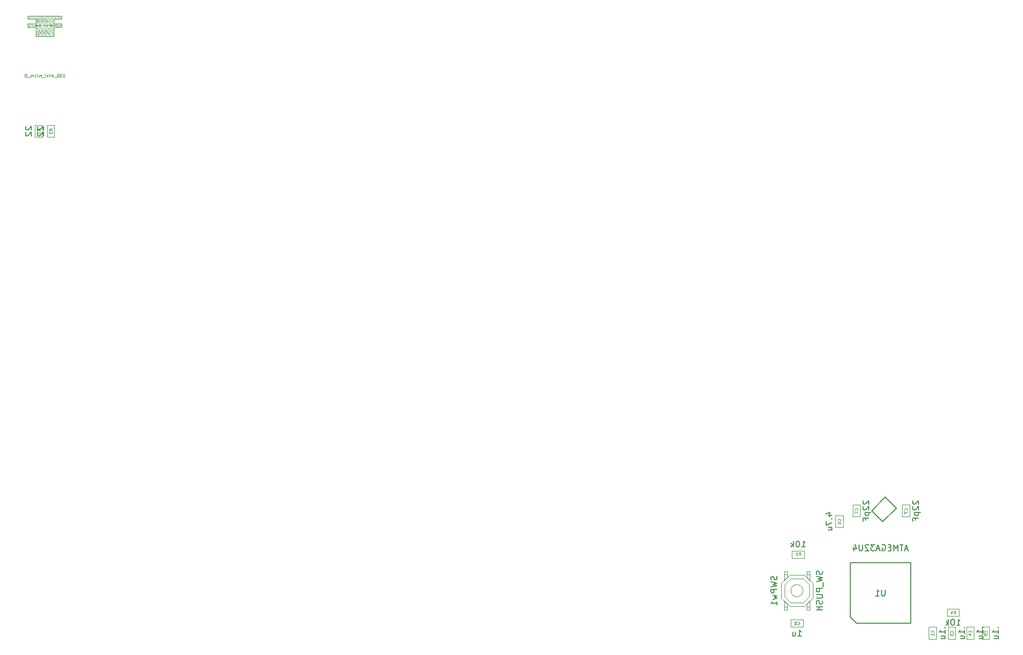
<source format=gbr>
G04 #@! TF.GenerationSoftware,KiCad,Pcbnew,(5.1.5)-3*
G04 #@! TF.CreationDate,2020-03-18T20:23:38-05:00*
G04 #@! TF.ProjectId,Advanced-PCB,41647661-6e63-4656-942d-5043422e6b69,rev?*
G04 #@! TF.SameCoordinates,Original*
G04 #@! TF.FileFunction,Other,Fab,Bot*
%FSLAX46Y46*%
G04 Gerber Fmt 4.6, Leading zero omitted, Abs format (unit mm)*
G04 Created by KiCad (PCBNEW (5.1.5)-3) date 2020-03-18 20:23:38*
%MOMM*%
%LPD*%
G04 APERTURE LIST*
%ADD10C,0.100000*%
%ADD11C,0.150000*%
%ADD12C,0.050000*%
%ADD13C,0.080000*%
%ADD14C,0.075000*%
G04 APERTURE END LIST*
D10*
X183800000Y-139300000D02*
X185800000Y-139300000D01*
X183800000Y-138100000D02*
X183800000Y-139300000D01*
X185800000Y-138100000D02*
X183800000Y-138100000D01*
X185800000Y-139300000D02*
X185800000Y-138100000D01*
X160200000Y-128500000D02*
X158200000Y-128500000D01*
X160200000Y-129700000D02*
X160200000Y-128500000D01*
X158200000Y-129700000D02*
X160200000Y-129700000D01*
X158200000Y-128500000D02*
X158200000Y-129700000D01*
X158000000Y-141100000D02*
X160000000Y-141100000D01*
X158000000Y-139900000D02*
X158000000Y-141100000D01*
X160000000Y-139900000D02*
X158000000Y-139900000D01*
X160000000Y-141100000D02*
X160000000Y-139900000D01*
X165400000Y-122675000D02*
X165400000Y-124675000D01*
X166600000Y-122675000D02*
X165400000Y-122675000D01*
X166600000Y-124675000D02*
X166600000Y-122675000D01*
X165400000Y-124675000D02*
X166600000Y-124675000D01*
X188200000Y-143100000D02*
X188200000Y-141100000D01*
X187000000Y-143100000D02*
X188200000Y-143100000D01*
X187000000Y-141100000D02*
X187000000Y-143100000D01*
X188200000Y-141100000D02*
X187000000Y-141100000D01*
X185200000Y-143100000D02*
X185200000Y-141100000D01*
X184000000Y-143100000D02*
X185200000Y-143100000D01*
X184000000Y-141100000D02*
X184000000Y-143100000D01*
X185200000Y-141100000D02*
X184000000Y-141100000D01*
X182000000Y-143100000D02*
X182000000Y-141100000D01*
X180800000Y-143100000D02*
X182000000Y-143100000D01*
X180800000Y-141100000D02*
X180800000Y-143100000D01*
X182000000Y-141100000D02*
X180800000Y-141100000D01*
D11*
X167800000Y-139500000D02*
X168800000Y-140500000D01*
X167800000Y-130500000D02*
X167800000Y-139500000D01*
X177800000Y-130500000D02*
X167800000Y-130500000D01*
X177800000Y-140500000D02*
X177800000Y-130500000D01*
X168800000Y-140500000D02*
X177800000Y-140500000D01*
X171349390Y-121912132D02*
X173187868Y-123750610D01*
X173612132Y-119649390D02*
X171349390Y-121912132D01*
X175450610Y-121487868D02*
X173612132Y-119649390D01*
X173187868Y-123750610D02*
X175450610Y-121487868D01*
D10*
X169400000Y-120900000D02*
X168200000Y-120900000D01*
X168200000Y-120900000D02*
X168200000Y-122900000D01*
X168200000Y-122900000D02*
X169400000Y-122900000D01*
X169400000Y-122900000D02*
X169400000Y-120900000D01*
X33150000Y-58250000D02*
X33150000Y-60250000D01*
X34350000Y-58250000D02*
X33150000Y-58250000D01*
X34350000Y-60250000D02*
X34350000Y-58250000D01*
X33150000Y-60250000D02*
X34350000Y-60250000D01*
X160000000Y-135100000D02*
G75*
G03X160000000Y-135100000I-1000000J0D01*
G01*
X156400000Y-133900000D02*
X157800000Y-132500000D01*
X156400000Y-136300000D02*
X156400000Y-133900000D01*
X157800000Y-137700000D02*
X156400000Y-136300000D01*
X160200000Y-137700000D02*
X157800000Y-137700000D01*
X161600000Y-136300000D02*
X160200000Y-137700000D01*
X161600000Y-133900000D02*
X161600000Y-136300000D01*
X160200000Y-132500000D02*
X161600000Y-133900000D01*
X157800000Y-132500000D02*
X160200000Y-132500000D01*
X160000000Y-133100000D02*
X158000000Y-133100000D01*
X161000000Y-134100000D02*
X160000000Y-133100000D01*
X161000000Y-136100000D02*
X161000000Y-134100000D01*
X160000000Y-137100000D02*
X161000000Y-136100000D01*
X158000000Y-137100000D02*
X160000000Y-137100000D01*
X157000000Y-136100000D02*
X158000000Y-137100000D01*
X157000000Y-134100000D02*
X157000000Y-136100000D01*
X158000000Y-133100000D02*
X157000000Y-134100000D01*
X160600000Y-138300000D02*
X160600000Y-137300000D01*
X161100000Y-137800000D02*
X160600000Y-137800000D01*
X161100000Y-136800000D02*
X161100000Y-138300000D01*
X161100000Y-133400000D02*
X161100000Y-131900000D01*
X160600000Y-131900000D02*
X160600000Y-132900000D01*
X161100000Y-132400000D02*
X160600000Y-132400000D01*
X157400000Y-131900000D02*
X157400000Y-132900000D01*
X156900000Y-133400000D02*
X156900000Y-131900000D01*
X156900000Y-132400000D02*
X157400000Y-132400000D01*
X157400000Y-138300000D02*
X157400000Y-137300000D01*
X156900000Y-136800000D02*
X156900000Y-138300000D01*
X156900000Y-137800000D02*
X157400000Y-137800000D01*
X156900000Y-131900000D02*
X157400000Y-131900000D01*
X161100000Y-131900000D02*
X160600000Y-131900000D01*
X156900000Y-138300000D02*
X157400000Y-138300000D01*
X161100000Y-138300000D02*
X160600000Y-138300000D01*
X177600000Y-122900000D02*
X177600000Y-120900000D01*
X176400000Y-122900000D02*
X177600000Y-122900000D01*
X176400000Y-120900000D02*
X176400000Y-122900000D01*
X177600000Y-120900000D02*
X176400000Y-120900000D01*
X35150000Y-58250000D02*
X35150000Y-60250000D01*
X36350000Y-58250000D02*
X35150000Y-58250000D01*
X36350000Y-60250000D02*
X36350000Y-58250000D01*
X35150000Y-60250000D02*
X36350000Y-60250000D01*
D12*
X31950000Y-40400000D02*
X32250000Y-40700000D01*
X32050000Y-40200000D02*
X32550000Y-40700000D01*
X32350000Y-40200000D02*
X32850000Y-40700000D01*
X37250000Y-40200000D02*
X37550000Y-40500000D01*
X36950000Y-40200000D02*
X37450000Y-40700000D01*
X36650000Y-40200000D02*
X37150000Y-40700000D01*
X36350000Y-40200000D02*
X36850000Y-40700000D01*
X36050000Y-40200000D02*
X36550000Y-40700000D01*
X35750000Y-40200000D02*
X36250000Y-40700000D01*
X35450000Y-40200000D02*
X36250000Y-41000000D01*
X35150000Y-40200000D02*
X36250000Y-41300000D01*
X34850000Y-40200000D02*
X36150000Y-41500000D01*
X34550000Y-40200000D02*
X35850000Y-41500000D01*
X34250000Y-40200000D02*
X35550000Y-41500000D01*
X33950000Y-40200000D02*
X35250000Y-41500000D01*
X33650000Y-40200000D02*
X34950000Y-41500000D01*
X33350000Y-40200000D02*
X34650000Y-41500000D01*
X33050000Y-40200000D02*
X34350000Y-41500000D01*
X32650000Y-40200000D02*
X34050000Y-41500000D01*
X33250000Y-41050000D02*
X33750000Y-41500000D01*
X33250000Y-41300000D02*
X33450000Y-41500000D01*
X37350000Y-41500000D02*
X37550000Y-41700000D01*
X37050000Y-41500000D02*
X37550000Y-42000000D01*
X36750000Y-41500000D02*
X37350000Y-42100000D01*
X36450000Y-41500000D02*
X37050000Y-42100000D01*
X36550000Y-41900000D02*
X36750000Y-42100000D01*
X36150000Y-42100000D02*
X36250000Y-42200000D01*
X35850000Y-42100000D02*
X36250000Y-42500000D01*
X34650000Y-42100000D02*
X36150000Y-43600000D01*
X34950000Y-42100000D02*
X36250000Y-43400000D01*
X35250000Y-42100000D02*
X36250000Y-43100000D01*
X35550000Y-42100000D02*
X36250000Y-42800000D01*
X34050000Y-42100000D02*
X35550000Y-43600000D01*
X34350000Y-42100000D02*
X35850000Y-43600000D01*
X33750000Y-42100000D02*
X35250000Y-43600000D01*
X32850000Y-41500000D02*
X32950000Y-41600000D01*
X31950000Y-41800000D02*
X32250000Y-42100000D01*
X31950000Y-41500000D02*
X32550000Y-42100000D01*
X32250000Y-41500000D02*
X32850000Y-42100000D01*
X32550000Y-41500000D02*
X33150000Y-42100000D01*
X33450000Y-42100000D02*
X34950000Y-43600000D01*
X33250000Y-42200000D02*
X34650000Y-43600000D01*
X33250000Y-42500000D02*
X34350000Y-43600000D01*
X33250000Y-42800000D02*
X34050000Y-43600000D01*
X33250000Y-43100000D02*
X33750000Y-43600000D01*
X33250000Y-43400000D02*
X33450000Y-43600000D01*
D10*
X36250000Y-43600000D02*
X36250000Y-42100000D01*
X37550000Y-42100000D02*
X37550000Y-41500000D01*
X31950000Y-42100000D02*
X31950000Y-41500000D01*
X36250000Y-40700000D02*
X36250000Y-41500000D01*
X37550000Y-40700000D02*
X37550000Y-40200000D01*
X37550000Y-40200000D02*
X31950000Y-40200000D01*
X31950000Y-40700000D02*
X31950000Y-40200000D01*
X33250000Y-40700000D02*
X33250000Y-41500000D01*
X31950000Y-40700000D02*
X33250000Y-40700000D01*
X31950000Y-41500000D02*
X33250000Y-41500000D01*
X31950000Y-42100000D02*
X33250000Y-42100000D01*
X36250000Y-41500000D02*
X37550000Y-41500000D01*
X36250000Y-40700000D02*
X37550000Y-40700000D01*
X36250000Y-42100000D02*
X37550000Y-42100000D01*
X33250000Y-43600000D02*
X33250000Y-42100000D01*
X33250000Y-43600000D02*
X36250000Y-43600000D01*
X190800000Y-143100000D02*
X190800000Y-141100000D01*
X189600000Y-143100000D02*
X190800000Y-143100000D01*
X189600000Y-141100000D02*
X189600000Y-143100000D01*
X190800000Y-141100000D02*
X189600000Y-141100000D01*
D11*
X185395238Y-140802380D02*
X185966666Y-140802380D01*
X185680952Y-140802380D02*
X185680952Y-139802380D01*
X185776190Y-139945238D01*
X185871428Y-140040476D01*
X185966666Y-140088095D01*
X184776190Y-139802380D02*
X184680952Y-139802380D01*
X184585714Y-139850000D01*
X184538095Y-139897619D01*
X184490476Y-139992857D01*
X184442857Y-140183333D01*
X184442857Y-140421428D01*
X184490476Y-140611904D01*
X184538095Y-140707142D01*
X184585714Y-140754761D01*
X184680952Y-140802380D01*
X184776190Y-140802380D01*
X184871428Y-140754761D01*
X184919047Y-140707142D01*
X184966666Y-140611904D01*
X185014285Y-140421428D01*
X185014285Y-140183333D01*
X184966666Y-139992857D01*
X184919047Y-139897619D01*
X184871428Y-139850000D01*
X184776190Y-139802380D01*
X184014285Y-140802380D02*
X184014285Y-139802380D01*
X183919047Y-140421428D02*
X183633333Y-140802380D01*
X183633333Y-140135714D02*
X184014285Y-140516666D01*
D13*
X184883333Y-138926190D02*
X185050000Y-138688095D01*
X185169047Y-138926190D02*
X185169047Y-138426190D01*
X184978571Y-138426190D01*
X184930952Y-138450000D01*
X184907142Y-138473809D01*
X184883333Y-138521428D01*
X184883333Y-138592857D01*
X184907142Y-138640476D01*
X184930952Y-138664285D01*
X184978571Y-138688095D01*
X185169047Y-138688095D01*
X184454761Y-138592857D02*
X184454761Y-138926190D01*
X184573809Y-138402380D02*
X184692857Y-138759523D01*
X184383333Y-138759523D01*
D11*
X159795238Y-127902380D02*
X160366666Y-127902380D01*
X160080952Y-127902380D02*
X160080952Y-126902380D01*
X160176190Y-127045238D01*
X160271428Y-127140476D01*
X160366666Y-127188095D01*
X159176190Y-126902380D02*
X159080952Y-126902380D01*
X158985714Y-126950000D01*
X158938095Y-126997619D01*
X158890476Y-127092857D01*
X158842857Y-127283333D01*
X158842857Y-127521428D01*
X158890476Y-127711904D01*
X158938095Y-127807142D01*
X158985714Y-127854761D01*
X159080952Y-127902380D01*
X159176190Y-127902380D01*
X159271428Y-127854761D01*
X159319047Y-127807142D01*
X159366666Y-127711904D01*
X159414285Y-127521428D01*
X159414285Y-127283333D01*
X159366666Y-127092857D01*
X159319047Y-126997619D01*
X159271428Y-126950000D01*
X159176190Y-126902380D01*
X158414285Y-127902380D02*
X158414285Y-126902380D01*
X158319047Y-127521428D02*
X158033333Y-127902380D01*
X158033333Y-127235714D02*
X158414285Y-127616666D01*
D13*
X159283333Y-129326190D02*
X159450000Y-129088095D01*
X159569047Y-129326190D02*
X159569047Y-128826190D01*
X159378571Y-128826190D01*
X159330952Y-128850000D01*
X159307142Y-128873809D01*
X159283333Y-128921428D01*
X159283333Y-128992857D01*
X159307142Y-129040476D01*
X159330952Y-129064285D01*
X159378571Y-129088095D01*
X159569047Y-129088095D01*
X158807142Y-129326190D02*
X159092857Y-129326190D01*
X158950000Y-129326190D02*
X158950000Y-128826190D01*
X158997619Y-128897619D01*
X159045238Y-128945238D01*
X159092857Y-128969047D01*
D11*
X159166666Y-142602380D02*
X159738095Y-142602380D01*
X159452380Y-142602380D02*
X159452380Y-141602380D01*
X159547619Y-141745238D01*
X159642857Y-141840476D01*
X159738095Y-141888095D01*
X158309523Y-141935714D02*
X158309523Y-142602380D01*
X158738095Y-141935714D02*
X158738095Y-142459523D01*
X158690476Y-142554761D01*
X158595238Y-142602380D01*
X158452380Y-142602380D01*
X158357142Y-142554761D01*
X158309523Y-142507142D01*
D13*
X159083333Y-140678571D02*
X159107142Y-140702380D01*
X159178571Y-140726190D01*
X159226190Y-140726190D01*
X159297619Y-140702380D01*
X159345238Y-140654761D01*
X159369047Y-140607142D01*
X159392857Y-140511904D01*
X159392857Y-140440476D01*
X159369047Y-140345238D01*
X159345238Y-140297619D01*
X159297619Y-140250000D01*
X159226190Y-140226190D01*
X159178571Y-140226190D01*
X159107142Y-140250000D01*
X159083333Y-140273809D01*
X158797619Y-140440476D02*
X158845238Y-140416666D01*
X158869047Y-140392857D01*
X158892857Y-140345238D01*
X158892857Y-140321428D01*
X158869047Y-140273809D01*
X158845238Y-140250000D01*
X158797619Y-140226190D01*
X158702380Y-140226190D01*
X158654761Y-140250000D01*
X158630952Y-140273809D01*
X158607142Y-140321428D01*
X158607142Y-140345238D01*
X158630952Y-140392857D01*
X158654761Y-140416666D01*
X158702380Y-140440476D01*
X158797619Y-140440476D01*
X158845238Y-140464285D01*
X158869047Y-140488095D01*
X158892857Y-140535714D01*
X158892857Y-140630952D01*
X158869047Y-140678571D01*
X158845238Y-140702380D01*
X158797619Y-140726190D01*
X158702380Y-140726190D01*
X158654761Y-140702380D01*
X158630952Y-140678571D01*
X158607142Y-140630952D01*
X158607142Y-140535714D01*
X158630952Y-140488095D01*
X158654761Y-140464285D01*
X158702380Y-140440476D01*
D11*
X164135714Y-122698809D02*
X164802380Y-122698809D01*
X163754761Y-122460714D02*
X164469047Y-122222619D01*
X164469047Y-122841666D01*
X164707142Y-123222619D02*
X164754761Y-123270238D01*
X164802380Y-123222619D01*
X164754761Y-123175000D01*
X164707142Y-123222619D01*
X164802380Y-123222619D01*
X163802380Y-123603571D02*
X163802380Y-124270238D01*
X164802380Y-123841666D01*
X164135714Y-125079761D02*
X164802380Y-125079761D01*
X164135714Y-124651190D02*
X164659523Y-124651190D01*
X164754761Y-124698809D01*
X164802380Y-124794047D01*
X164802380Y-124936904D01*
X164754761Y-125032142D01*
X164707142Y-125079761D01*
D13*
X166178571Y-123591666D02*
X166202380Y-123567857D01*
X166226190Y-123496428D01*
X166226190Y-123448809D01*
X166202380Y-123377380D01*
X166154761Y-123329761D01*
X166107142Y-123305952D01*
X166011904Y-123282142D01*
X165940476Y-123282142D01*
X165845238Y-123305952D01*
X165797619Y-123329761D01*
X165750000Y-123377380D01*
X165726190Y-123448809D01*
X165726190Y-123496428D01*
X165750000Y-123567857D01*
X165773809Y-123591666D01*
X165726190Y-124020238D02*
X165726190Y-123925000D01*
X165750000Y-123877380D01*
X165773809Y-123853571D01*
X165845238Y-123805952D01*
X165940476Y-123782142D01*
X166130952Y-123782142D01*
X166178571Y-123805952D01*
X166202380Y-123829761D01*
X166226190Y-123877380D01*
X166226190Y-123972619D01*
X166202380Y-124020238D01*
X166178571Y-124044047D01*
X166130952Y-124067857D01*
X166011904Y-124067857D01*
X165964285Y-124044047D01*
X165940476Y-124020238D01*
X165916666Y-123972619D01*
X165916666Y-123877380D01*
X165940476Y-123829761D01*
X165964285Y-123805952D01*
X166011904Y-123782142D01*
D11*
X189607142Y-141171428D02*
X189654761Y-141219047D01*
X189702380Y-141171428D01*
X189654761Y-141123809D01*
X189607142Y-141171428D01*
X189702380Y-141171428D01*
X189702380Y-142171428D02*
X189702380Y-141600000D01*
X189702380Y-141885714D02*
X188702380Y-141885714D01*
X188845238Y-141790476D01*
X188940476Y-141695238D01*
X188988095Y-141600000D01*
X189035714Y-143028571D02*
X189702380Y-143028571D01*
X189035714Y-142600000D02*
X189559523Y-142600000D01*
X189654761Y-142647619D01*
X189702380Y-142742857D01*
X189702380Y-142885714D01*
X189654761Y-142980952D01*
X189607142Y-143028571D01*
D13*
X187778571Y-142016666D02*
X187802380Y-141992857D01*
X187826190Y-141921428D01*
X187826190Y-141873809D01*
X187802380Y-141802380D01*
X187754761Y-141754761D01*
X187707142Y-141730952D01*
X187611904Y-141707142D01*
X187540476Y-141707142D01*
X187445238Y-141730952D01*
X187397619Y-141754761D01*
X187350000Y-141802380D01*
X187326190Y-141873809D01*
X187326190Y-141921428D01*
X187350000Y-141992857D01*
X187373809Y-142016666D01*
X187492857Y-142445238D02*
X187826190Y-142445238D01*
X187302380Y-142326190D02*
X187659523Y-142207142D01*
X187659523Y-142516666D01*
D11*
X186607142Y-141171428D02*
X186654761Y-141219047D01*
X186702380Y-141171428D01*
X186654761Y-141123809D01*
X186607142Y-141171428D01*
X186702380Y-141171428D01*
X186702380Y-142171428D02*
X186702380Y-141600000D01*
X186702380Y-141885714D02*
X185702380Y-141885714D01*
X185845238Y-141790476D01*
X185940476Y-141695238D01*
X185988095Y-141600000D01*
X186035714Y-143028571D02*
X186702380Y-143028571D01*
X186035714Y-142600000D02*
X186559523Y-142600000D01*
X186654761Y-142647619D01*
X186702380Y-142742857D01*
X186702380Y-142885714D01*
X186654761Y-142980952D01*
X186607142Y-143028571D01*
D13*
X184778571Y-142016666D02*
X184802380Y-141992857D01*
X184826190Y-141921428D01*
X184826190Y-141873809D01*
X184802380Y-141802380D01*
X184754761Y-141754761D01*
X184707142Y-141730952D01*
X184611904Y-141707142D01*
X184540476Y-141707142D01*
X184445238Y-141730952D01*
X184397619Y-141754761D01*
X184350000Y-141802380D01*
X184326190Y-141873809D01*
X184326190Y-141921428D01*
X184350000Y-141992857D01*
X184373809Y-142016666D01*
X184326190Y-142183333D02*
X184326190Y-142492857D01*
X184516666Y-142326190D01*
X184516666Y-142397619D01*
X184540476Y-142445238D01*
X184564285Y-142469047D01*
X184611904Y-142492857D01*
X184730952Y-142492857D01*
X184778571Y-142469047D01*
X184802380Y-142445238D01*
X184826190Y-142397619D01*
X184826190Y-142254761D01*
X184802380Y-142207142D01*
X184778571Y-142183333D01*
D11*
X183407142Y-141171428D02*
X183454761Y-141219047D01*
X183502380Y-141171428D01*
X183454761Y-141123809D01*
X183407142Y-141171428D01*
X183502380Y-141171428D01*
X183502380Y-142171428D02*
X183502380Y-141600000D01*
X183502380Y-141885714D02*
X182502380Y-141885714D01*
X182645238Y-141790476D01*
X182740476Y-141695238D01*
X182788095Y-141600000D01*
X182835714Y-143028571D02*
X183502380Y-143028571D01*
X182835714Y-142600000D02*
X183359523Y-142600000D01*
X183454761Y-142647619D01*
X183502380Y-142742857D01*
X183502380Y-142885714D01*
X183454761Y-142980952D01*
X183407142Y-143028571D01*
D13*
X181578571Y-142016666D02*
X181602380Y-141992857D01*
X181626190Y-141921428D01*
X181626190Y-141873809D01*
X181602380Y-141802380D01*
X181554761Y-141754761D01*
X181507142Y-141730952D01*
X181411904Y-141707142D01*
X181340476Y-141707142D01*
X181245238Y-141730952D01*
X181197619Y-141754761D01*
X181150000Y-141802380D01*
X181126190Y-141873809D01*
X181126190Y-141921428D01*
X181150000Y-141992857D01*
X181173809Y-142016666D01*
X181626190Y-142492857D02*
X181626190Y-142207142D01*
X181626190Y-142350000D02*
X181126190Y-142350000D01*
X181197619Y-142302380D01*
X181245238Y-142254761D01*
X181269047Y-142207142D01*
D11*
X177323809Y-128216666D02*
X176847619Y-128216666D01*
X177419047Y-128502380D02*
X177085714Y-127502380D01*
X176752380Y-128502380D01*
X176561904Y-127502380D02*
X175990476Y-127502380D01*
X176276190Y-128502380D02*
X176276190Y-127502380D01*
X175657142Y-128502380D02*
X175657142Y-127502380D01*
X175323809Y-128216666D01*
X174990476Y-127502380D01*
X174990476Y-128502380D01*
X174514285Y-127978571D02*
X174180952Y-127978571D01*
X174038095Y-128502380D02*
X174514285Y-128502380D01*
X174514285Y-127502380D01*
X174038095Y-127502380D01*
X173085714Y-127550000D02*
X173180952Y-127502380D01*
X173323809Y-127502380D01*
X173466666Y-127550000D01*
X173561904Y-127645238D01*
X173609523Y-127740476D01*
X173657142Y-127930952D01*
X173657142Y-128073809D01*
X173609523Y-128264285D01*
X173561904Y-128359523D01*
X173466666Y-128454761D01*
X173323809Y-128502380D01*
X173228571Y-128502380D01*
X173085714Y-128454761D01*
X173038095Y-128407142D01*
X173038095Y-128073809D01*
X173228571Y-128073809D01*
X172657142Y-128216666D02*
X172180952Y-128216666D01*
X172752380Y-128502380D02*
X172419047Y-127502380D01*
X172085714Y-128502380D01*
X171847619Y-127502380D02*
X171228571Y-127502380D01*
X171561904Y-127883333D01*
X171419047Y-127883333D01*
X171323809Y-127930952D01*
X171276190Y-127978571D01*
X171228571Y-128073809D01*
X171228571Y-128311904D01*
X171276190Y-128407142D01*
X171323809Y-128454761D01*
X171419047Y-128502380D01*
X171704761Y-128502380D01*
X171800000Y-128454761D01*
X171847619Y-128407142D01*
X170847619Y-127597619D02*
X170800000Y-127550000D01*
X170704761Y-127502380D01*
X170466666Y-127502380D01*
X170371428Y-127550000D01*
X170323809Y-127597619D01*
X170276190Y-127692857D01*
X170276190Y-127788095D01*
X170323809Y-127930952D01*
X170895238Y-128502380D01*
X170276190Y-128502380D01*
X169847619Y-127502380D02*
X169847619Y-128311904D01*
X169800000Y-128407142D01*
X169752380Y-128454761D01*
X169657142Y-128502380D01*
X169466666Y-128502380D01*
X169371428Y-128454761D01*
X169323809Y-128407142D01*
X169276190Y-128311904D01*
X169276190Y-127502380D01*
X168371428Y-127835714D02*
X168371428Y-128502380D01*
X168609523Y-127454761D02*
X168847619Y-128169047D01*
X168228571Y-128169047D01*
X173561904Y-134952380D02*
X173561904Y-135761904D01*
X173514285Y-135857142D01*
X173466666Y-135904761D01*
X173371428Y-135952380D01*
X173180952Y-135952380D01*
X173085714Y-135904761D01*
X173038095Y-135857142D01*
X172990476Y-135761904D01*
X172990476Y-134952380D01*
X171990476Y-135952380D02*
X172561904Y-135952380D01*
X172276190Y-135952380D02*
X172276190Y-134952380D01*
X172371428Y-135095238D01*
X172466666Y-135190476D01*
X172561904Y-135238095D01*
X169997619Y-120257142D02*
X169950000Y-120304761D01*
X169902380Y-120400000D01*
X169902380Y-120638095D01*
X169950000Y-120733333D01*
X169997619Y-120780952D01*
X170092857Y-120828571D01*
X170188095Y-120828571D01*
X170330952Y-120780952D01*
X170902380Y-120209523D01*
X170902380Y-120828571D01*
X169997619Y-121209523D02*
X169950000Y-121257142D01*
X169902380Y-121352380D01*
X169902380Y-121590476D01*
X169950000Y-121685714D01*
X169997619Y-121733333D01*
X170092857Y-121780952D01*
X170188095Y-121780952D01*
X170330952Y-121733333D01*
X170902380Y-121161904D01*
X170902380Y-121780952D01*
X170235714Y-122209523D02*
X171235714Y-122209523D01*
X170283333Y-122209523D02*
X170235714Y-122304761D01*
X170235714Y-122495238D01*
X170283333Y-122590476D01*
X170330952Y-122638095D01*
X170426190Y-122685714D01*
X170711904Y-122685714D01*
X170807142Y-122638095D01*
X170854761Y-122590476D01*
X170902380Y-122495238D01*
X170902380Y-122304761D01*
X170854761Y-122209523D01*
X170378571Y-123447619D02*
X170378571Y-123114285D01*
X170902380Y-123114285D02*
X169902380Y-123114285D01*
X169902380Y-123590476D01*
D13*
X168978571Y-121816666D02*
X169002380Y-121792857D01*
X169026190Y-121721428D01*
X169026190Y-121673809D01*
X169002380Y-121602380D01*
X168954761Y-121554761D01*
X168907142Y-121530952D01*
X168811904Y-121507142D01*
X168740476Y-121507142D01*
X168645238Y-121530952D01*
X168597619Y-121554761D01*
X168550000Y-121602380D01*
X168526190Y-121673809D01*
X168526190Y-121721428D01*
X168550000Y-121792857D01*
X168573809Y-121816666D01*
X168573809Y-122007142D02*
X168550000Y-122030952D01*
X168526190Y-122078571D01*
X168526190Y-122197619D01*
X168550000Y-122245238D01*
X168573809Y-122269047D01*
X168621428Y-122292857D01*
X168669047Y-122292857D01*
X168740476Y-122269047D01*
X169026190Y-121983333D01*
X169026190Y-122292857D01*
D11*
X31647619Y-58488095D02*
X31600000Y-58535714D01*
X31552380Y-58630952D01*
X31552380Y-58869047D01*
X31600000Y-58964285D01*
X31647619Y-59011904D01*
X31742857Y-59059523D01*
X31838095Y-59059523D01*
X31980952Y-59011904D01*
X32552380Y-58440476D01*
X32552380Y-59059523D01*
X31647619Y-59440476D02*
X31600000Y-59488095D01*
X31552380Y-59583333D01*
X31552380Y-59821428D01*
X31600000Y-59916666D01*
X31647619Y-59964285D01*
X31742857Y-60011904D01*
X31838095Y-60011904D01*
X31980952Y-59964285D01*
X32552380Y-59392857D01*
X32552380Y-60011904D01*
D13*
X33976190Y-59166666D02*
X33738095Y-59000000D01*
X33976190Y-58880952D02*
X33476190Y-58880952D01*
X33476190Y-59071428D01*
X33500000Y-59119047D01*
X33523809Y-59142857D01*
X33571428Y-59166666D01*
X33642857Y-59166666D01*
X33690476Y-59142857D01*
X33714285Y-59119047D01*
X33738095Y-59071428D01*
X33738095Y-58880952D01*
X33523809Y-59357142D02*
X33500000Y-59380952D01*
X33476190Y-59428571D01*
X33476190Y-59547619D01*
X33500000Y-59595238D01*
X33523809Y-59619047D01*
X33571428Y-59642857D01*
X33619047Y-59642857D01*
X33690476Y-59619047D01*
X33976190Y-59333333D01*
X33976190Y-59642857D01*
D11*
X163154761Y-131838095D02*
X163202380Y-131980952D01*
X163202380Y-132219047D01*
X163154761Y-132314285D01*
X163107142Y-132361904D01*
X163011904Y-132409523D01*
X162916666Y-132409523D01*
X162821428Y-132361904D01*
X162773809Y-132314285D01*
X162726190Y-132219047D01*
X162678571Y-132028571D01*
X162630952Y-131933333D01*
X162583333Y-131885714D01*
X162488095Y-131838095D01*
X162392857Y-131838095D01*
X162297619Y-131885714D01*
X162250000Y-131933333D01*
X162202380Y-132028571D01*
X162202380Y-132266666D01*
X162250000Y-132409523D01*
X162202380Y-132742857D02*
X163202380Y-132980952D01*
X162488095Y-133171428D01*
X163202380Y-133361904D01*
X162202380Y-133600000D01*
X163297619Y-133742857D02*
X163297619Y-134504761D01*
X163202380Y-134742857D02*
X162202380Y-134742857D01*
X162202380Y-135123809D01*
X162250000Y-135219047D01*
X162297619Y-135266666D01*
X162392857Y-135314285D01*
X162535714Y-135314285D01*
X162630952Y-135266666D01*
X162678571Y-135219047D01*
X162726190Y-135123809D01*
X162726190Y-134742857D01*
X162202380Y-135742857D02*
X163011904Y-135742857D01*
X163107142Y-135790476D01*
X163154761Y-135838095D01*
X163202380Y-135933333D01*
X163202380Y-136123809D01*
X163154761Y-136219047D01*
X163107142Y-136266666D01*
X163011904Y-136314285D01*
X162202380Y-136314285D01*
X163154761Y-136742857D02*
X163202380Y-136885714D01*
X163202380Y-137123809D01*
X163154761Y-137219047D01*
X163107142Y-137266666D01*
X163011904Y-137314285D01*
X162916666Y-137314285D01*
X162821428Y-137266666D01*
X162773809Y-137219047D01*
X162726190Y-137123809D01*
X162678571Y-136933333D01*
X162630952Y-136838095D01*
X162583333Y-136790476D01*
X162488095Y-136742857D01*
X162392857Y-136742857D01*
X162297619Y-136790476D01*
X162250000Y-136838095D01*
X162202380Y-136933333D01*
X162202380Y-137171428D01*
X162250000Y-137314285D01*
X163202380Y-137742857D02*
X162202380Y-137742857D01*
X162678571Y-137742857D02*
X162678571Y-138314285D01*
X163202380Y-138314285D02*
X162202380Y-138314285D01*
X155654761Y-132742857D02*
X155702380Y-132885714D01*
X155702380Y-133123809D01*
X155654761Y-133219047D01*
X155607142Y-133266666D01*
X155511904Y-133314285D01*
X155416666Y-133314285D01*
X155321428Y-133266666D01*
X155273809Y-133219047D01*
X155226190Y-133123809D01*
X155178571Y-132933333D01*
X155130952Y-132838095D01*
X155083333Y-132790476D01*
X154988095Y-132742857D01*
X154892857Y-132742857D01*
X154797619Y-132790476D01*
X154750000Y-132838095D01*
X154702380Y-132933333D01*
X154702380Y-133171428D01*
X154750000Y-133314285D01*
X154702380Y-133647619D02*
X155702380Y-133885714D01*
X154988095Y-134076190D01*
X155702380Y-134266666D01*
X154702380Y-134504761D01*
X155702380Y-134885714D02*
X154702380Y-134885714D01*
X154702380Y-135266666D01*
X154750000Y-135361904D01*
X154797619Y-135409523D01*
X154892857Y-135457142D01*
X155035714Y-135457142D01*
X155130952Y-135409523D01*
X155178571Y-135361904D01*
X155226190Y-135266666D01*
X155226190Y-134885714D01*
X155035714Y-135790476D02*
X155702380Y-135980952D01*
X155226190Y-136171428D01*
X155702380Y-136361904D01*
X155035714Y-136552380D01*
X155702380Y-137457142D02*
X155702380Y-136885714D01*
X155702380Y-137171428D02*
X154702380Y-137171428D01*
X154845238Y-137076190D01*
X154940476Y-136980952D01*
X154988095Y-136885714D01*
X178197619Y-120257142D02*
X178150000Y-120304761D01*
X178102380Y-120400000D01*
X178102380Y-120638095D01*
X178150000Y-120733333D01*
X178197619Y-120780952D01*
X178292857Y-120828571D01*
X178388095Y-120828571D01*
X178530952Y-120780952D01*
X179102380Y-120209523D01*
X179102380Y-120828571D01*
X178197619Y-121209523D02*
X178150000Y-121257142D01*
X178102380Y-121352380D01*
X178102380Y-121590476D01*
X178150000Y-121685714D01*
X178197619Y-121733333D01*
X178292857Y-121780952D01*
X178388095Y-121780952D01*
X178530952Y-121733333D01*
X179102380Y-121161904D01*
X179102380Y-121780952D01*
X178435714Y-122209523D02*
X179435714Y-122209523D01*
X178483333Y-122209523D02*
X178435714Y-122304761D01*
X178435714Y-122495238D01*
X178483333Y-122590476D01*
X178530952Y-122638095D01*
X178626190Y-122685714D01*
X178911904Y-122685714D01*
X179007142Y-122638095D01*
X179054761Y-122590476D01*
X179102380Y-122495238D01*
X179102380Y-122304761D01*
X179054761Y-122209523D01*
X178578571Y-123447619D02*
X178578571Y-123114285D01*
X179102380Y-123114285D02*
X178102380Y-123114285D01*
X178102380Y-123590476D01*
D13*
X177178571Y-121816666D02*
X177202380Y-121792857D01*
X177226190Y-121721428D01*
X177226190Y-121673809D01*
X177202380Y-121602380D01*
X177154761Y-121554761D01*
X177107142Y-121530952D01*
X177011904Y-121507142D01*
X176940476Y-121507142D01*
X176845238Y-121530952D01*
X176797619Y-121554761D01*
X176750000Y-121602380D01*
X176726190Y-121673809D01*
X176726190Y-121721428D01*
X176750000Y-121792857D01*
X176773809Y-121816666D01*
X176726190Y-121983333D02*
X176726190Y-122316666D01*
X177226190Y-122102380D01*
D11*
X33647619Y-58488095D02*
X33600000Y-58535714D01*
X33552380Y-58630952D01*
X33552380Y-58869047D01*
X33600000Y-58964285D01*
X33647619Y-59011904D01*
X33742857Y-59059523D01*
X33838095Y-59059523D01*
X33980952Y-59011904D01*
X34552380Y-58440476D01*
X34552380Y-59059523D01*
X33647619Y-59440476D02*
X33600000Y-59488095D01*
X33552380Y-59583333D01*
X33552380Y-59821428D01*
X33600000Y-59916666D01*
X33647619Y-59964285D01*
X33742857Y-60011904D01*
X33838095Y-60011904D01*
X33980952Y-59964285D01*
X34552380Y-59392857D01*
X34552380Y-60011904D01*
D13*
X35976190Y-59166666D02*
X35738095Y-59000000D01*
X35976190Y-58880952D02*
X35476190Y-58880952D01*
X35476190Y-59071428D01*
X35500000Y-59119047D01*
X35523809Y-59142857D01*
X35571428Y-59166666D01*
X35642857Y-59166666D01*
X35690476Y-59142857D01*
X35714285Y-59119047D01*
X35738095Y-59071428D01*
X35738095Y-58880952D01*
X35476190Y-59333333D02*
X35476190Y-59642857D01*
X35666666Y-59476190D01*
X35666666Y-59547619D01*
X35690476Y-59595238D01*
X35714285Y-59619047D01*
X35761904Y-59642857D01*
X35880952Y-59642857D01*
X35928571Y-59619047D01*
X35952380Y-59595238D01*
X35976190Y-59547619D01*
X35976190Y-59404761D01*
X35952380Y-59357142D01*
X35928571Y-59333333D01*
D10*
X38047619Y-49826190D02*
X38047619Y-50230952D01*
X38023809Y-50278571D01*
X38000000Y-50302380D01*
X37952380Y-50326190D01*
X37857142Y-50326190D01*
X37809523Y-50302380D01*
X37785714Y-50278571D01*
X37761904Y-50230952D01*
X37761904Y-49826190D01*
X37547619Y-50302380D02*
X37476190Y-50326190D01*
X37357142Y-50326190D01*
X37309523Y-50302380D01*
X37285714Y-50278571D01*
X37261904Y-50230952D01*
X37261904Y-50183333D01*
X37285714Y-50135714D01*
X37309523Y-50111904D01*
X37357142Y-50088095D01*
X37452380Y-50064285D01*
X37500000Y-50040476D01*
X37523809Y-50016666D01*
X37547619Y-49969047D01*
X37547619Y-49921428D01*
X37523809Y-49873809D01*
X37500000Y-49850000D01*
X37452380Y-49826190D01*
X37333333Y-49826190D01*
X37261904Y-49850000D01*
X36880952Y-50064285D02*
X36809523Y-50088095D01*
X36785714Y-50111904D01*
X36761904Y-50159523D01*
X36761904Y-50230952D01*
X36785714Y-50278571D01*
X36809523Y-50302380D01*
X36857142Y-50326190D01*
X37047619Y-50326190D01*
X37047619Y-49826190D01*
X36880952Y-49826190D01*
X36833333Y-49850000D01*
X36809523Y-49873809D01*
X36785714Y-49921428D01*
X36785714Y-49969047D01*
X36809523Y-50016666D01*
X36833333Y-50040476D01*
X36880952Y-50064285D01*
X37047619Y-50064285D01*
X36666666Y-50373809D02*
X36285714Y-50373809D01*
X36166666Y-50326190D02*
X36166666Y-49992857D01*
X36166666Y-50040476D02*
X36142857Y-50016666D01*
X36095238Y-49992857D01*
X36023809Y-49992857D01*
X35976190Y-50016666D01*
X35952380Y-50064285D01*
X35952380Y-50326190D01*
X35952380Y-50064285D02*
X35928571Y-50016666D01*
X35880952Y-49992857D01*
X35809523Y-49992857D01*
X35761904Y-50016666D01*
X35738095Y-50064285D01*
X35738095Y-50326190D01*
X35500000Y-50326190D02*
X35500000Y-49992857D01*
X35500000Y-49826190D02*
X35523809Y-49850000D01*
X35500000Y-49873809D01*
X35476190Y-49850000D01*
X35500000Y-49826190D01*
X35500000Y-49873809D01*
X35261904Y-49992857D02*
X35261904Y-50326190D01*
X35261904Y-50040476D02*
X35238095Y-50016666D01*
X35190476Y-49992857D01*
X35119047Y-49992857D01*
X35071428Y-50016666D01*
X35047619Y-50064285D01*
X35047619Y-50326190D01*
X34809523Y-50326190D02*
X34809523Y-49992857D01*
X34809523Y-49826190D02*
X34833333Y-49850000D01*
X34809523Y-49873809D01*
X34785714Y-49850000D01*
X34809523Y-49826190D01*
X34809523Y-49873809D01*
X34690476Y-50373809D02*
X34309523Y-50373809D01*
X34190476Y-50326190D02*
X34190476Y-49992857D01*
X34190476Y-50040476D02*
X34166666Y-50016666D01*
X34119047Y-49992857D01*
X34047619Y-49992857D01*
X34000000Y-50016666D01*
X33976190Y-50064285D01*
X33976190Y-50326190D01*
X33976190Y-50064285D02*
X33952380Y-50016666D01*
X33904761Y-49992857D01*
X33833333Y-49992857D01*
X33785714Y-50016666D01*
X33761904Y-50064285D01*
X33761904Y-50326190D01*
X33523809Y-50326190D02*
X33523809Y-49992857D01*
X33523809Y-49826190D02*
X33547619Y-49850000D01*
X33523809Y-49873809D01*
X33500000Y-49850000D01*
X33523809Y-49826190D01*
X33523809Y-49873809D01*
X33071428Y-50302380D02*
X33119047Y-50326190D01*
X33214285Y-50326190D01*
X33261904Y-50302380D01*
X33285714Y-50278571D01*
X33309523Y-50230952D01*
X33309523Y-50088095D01*
X33285714Y-50040476D01*
X33261904Y-50016666D01*
X33214285Y-49992857D01*
X33119047Y-49992857D01*
X33071428Y-50016666D01*
X32857142Y-50326190D02*
X32857142Y-49992857D01*
X32857142Y-50088095D02*
X32833333Y-50040476D01*
X32809523Y-50016666D01*
X32761904Y-49992857D01*
X32714285Y-49992857D01*
X32476190Y-50326190D02*
X32523809Y-50302380D01*
X32547619Y-50278571D01*
X32571428Y-50230952D01*
X32571428Y-50088095D01*
X32547619Y-50040476D01*
X32523809Y-50016666D01*
X32476190Y-49992857D01*
X32404761Y-49992857D01*
X32357142Y-50016666D01*
X32333333Y-50040476D01*
X32309523Y-50088095D01*
X32309523Y-50230952D01*
X32333333Y-50278571D01*
X32357142Y-50302380D01*
X32404761Y-50326190D01*
X32476190Y-50326190D01*
X32214285Y-50373809D02*
X31833333Y-50373809D01*
X31547619Y-50064285D02*
X31476190Y-50088095D01*
X31452380Y-50111904D01*
X31428571Y-50159523D01*
X31428571Y-50230952D01*
X31452380Y-50278571D01*
X31476190Y-50302380D01*
X31523809Y-50326190D01*
X31714285Y-50326190D01*
X31714285Y-49826190D01*
X31547619Y-49826190D01*
X31500000Y-49850000D01*
X31476190Y-49873809D01*
X31452380Y-49921428D01*
X31452380Y-49969047D01*
X31476190Y-50016666D01*
X31500000Y-50040476D01*
X31547619Y-50064285D01*
X31714285Y-50064285D01*
D14*
X36385714Y-41935714D02*
X36385714Y-41635714D01*
X36214285Y-41935714D02*
X36342857Y-41764285D01*
X36214285Y-41635714D02*
X36385714Y-41807142D01*
X36085714Y-41778571D02*
X35985714Y-41778571D01*
X35942857Y-41935714D02*
X36085714Y-41935714D01*
X36085714Y-41635714D01*
X35942857Y-41635714D01*
X35814285Y-41778571D02*
X35714285Y-41778571D01*
X35671428Y-41935714D02*
X35814285Y-41935714D01*
X35814285Y-41635714D01*
X35671428Y-41635714D01*
X35542857Y-41935714D02*
X35542857Y-41635714D01*
X35428571Y-41635714D01*
X35400000Y-41650000D01*
X35385714Y-41664285D01*
X35371428Y-41692857D01*
X35371428Y-41735714D01*
X35385714Y-41764285D01*
X35400000Y-41778571D01*
X35428571Y-41792857D01*
X35542857Y-41792857D01*
X35185714Y-41635714D02*
X35128571Y-41635714D01*
X35100000Y-41650000D01*
X35071428Y-41678571D01*
X35057142Y-41735714D01*
X35057142Y-41835714D01*
X35071428Y-41892857D01*
X35100000Y-41921428D01*
X35128571Y-41935714D01*
X35185714Y-41935714D01*
X35214285Y-41921428D01*
X35242857Y-41892857D01*
X35257142Y-41835714D01*
X35257142Y-41735714D01*
X35242857Y-41678571D01*
X35214285Y-41650000D01*
X35185714Y-41635714D01*
X34928571Y-41635714D02*
X34928571Y-41878571D01*
X34914285Y-41907142D01*
X34900000Y-41921428D01*
X34871428Y-41935714D01*
X34814285Y-41935714D01*
X34785714Y-41921428D01*
X34771428Y-41907142D01*
X34757142Y-41878571D01*
X34757142Y-41635714D01*
X34657142Y-41635714D02*
X34485714Y-41635714D01*
X34571428Y-41935714D02*
X34571428Y-41635714D01*
X34185714Y-41635714D02*
X33985714Y-41635714D01*
X34185714Y-41935714D01*
X33985714Y-41935714D01*
X33814285Y-41635714D02*
X33757142Y-41635714D01*
X33728571Y-41650000D01*
X33700000Y-41678571D01*
X33685714Y-41735714D01*
X33685714Y-41835714D01*
X33700000Y-41892857D01*
X33728571Y-41921428D01*
X33757142Y-41935714D01*
X33814285Y-41935714D01*
X33842857Y-41921428D01*
X33871428Y-41892857D01*
X33885714Y-41835714D01*
X33885714Y-41735714D01*
X33871428Y-41678571D01*
X33842857Y-41650000D01*
X33814285Y-41635714D01*
X33557142Y-41935714D02*
X33557142Y-41635714D01*
X33385714Y-41935714D01*
X33385714Y-41635714D01*
X33242857Y-41778571D02*
X33142857Y-41778571D01*
X33100000Y-41935714D02*
X33242857Y-41935714D01*
X33242857Y-41635714D01*
X33100000Y-41635714D01*
D11*
X192207142Y-141171428D02*
X192254761Y-141219047D01*
X192302380Y-141171428D01*
X192254761Y-141123809D01*
X192207142Y-141171428D01*
X192302380Y-141171428D01*
X192302380Y-142171428D02*
X192302380Y-141600000D01*
X192302380Y-141885714D02*
X191302380Y-141885714D01*
X191445238Y-141790476D01*
X191540476Y-141695238D01*
X191588095Y-141600000D01*
X191635714Y-143028571D02*
X192302380Y-143028571D01*
X191635714Y-142600000D02*
X192159523Y-142600000D01*
X192254761Y-142647619D01*
X192302380Y-142742857D01*
X192302380Y-142885714D01*
X192254761Y-142980952D01*
X192207142Y-143028571D01*
D13*
X190378571Y-142016666D02*
X190402380Y-141992857D01*
X190426190Y-141921428D01*
X190426190Y-141873809D01*
X190402380Y-141802380D01*
X190354761Y-141754761D01*
X190307142Y-141730952D01*
X190211904Y-141707142D01*
X190140476Y-141707142D01*
X190045238Y-141730952D01*
X189997619Y-141754761D01*
X189950000Y-141802380D01*
X189926190Y-141873809D01*
X189926190Y-141921428D01*
X189950000Y-141992857D01*
X189973809Y-142016666D01*
X189926190Y-142469047D02*
X189926190Y-142230952D01*
X190164285Y-142207142D01*
X190140476Y-142230952D01*
X190116666Y-142278571D01*
X190116666Y-142397619D01*
X190140476Y-142445238D01*
X190164285Y-142469047D01*
X190211904Y-142492857D01*
X190330952Y-142492857D01*
X190378571Y-142469047D01*
X190402380Y-142445238D01*
X190426190Y-142397619D01*
X190426190Y-142278571D01*
X190402380Y-142230952D01*
X190378571Y-142207142D01*
M02*

</source>
